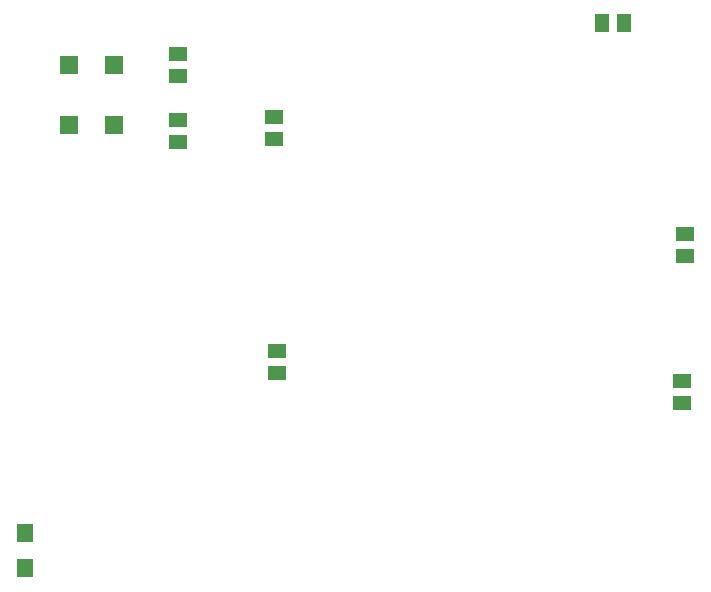
<source format=gbr>
G04 EAGLE Gerber RS-274X export*
G75*
%MOMM*%
%FSLAX34Y34*%
%LPD*%
%INSolderpaste Top*%
%IPPOS*%
%AMOC8*
5,1,8,0,0,1.08239X$1,22.5*%
G01*
%ADD10R,1.400000X1.600000*%
%ADD11R,1.500000X1.300000*%
%ADD12R,1.300000X1.500000*%
%ADD13R,1.500000X1.600000*%


D10*
X45720Y137640D03*
X45720Y167640D03*
D11*
X256540Y520040D03*
X256540Y501040D03*
X259080Y302920D03*
X259080Y321920D03*
X601980Y296520D03*
X601980Y277520D03*
X604520Y420980D03*
X604520Y401980D03*
D12*
X534060Y599440D03*
X553060Y599440D03*
D11*
X175260Y573380D03*
X175260Y554380D03*
X175260Y517500D03*
X175260Y498500D03*
D13*
X82600Y563980D03*
X82600Y512980D03*
X120600Y512980D03*
X120600Y563980D03*
M02*

</source>
